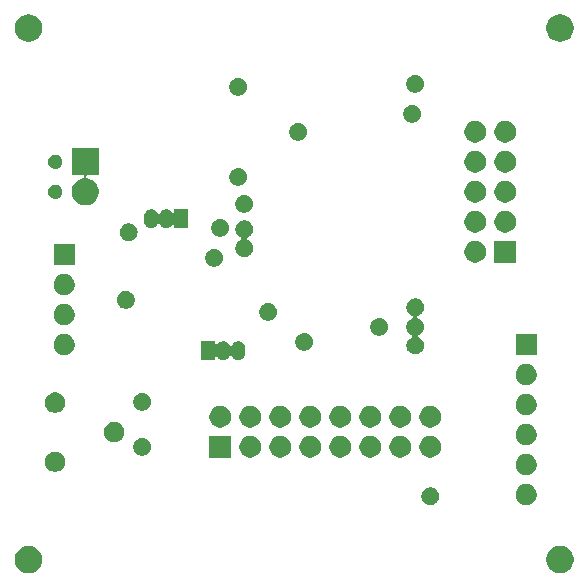
<source format=gbr>
G04 #@! TF.GenerationSoftware,KiCad,Pcbnew,5.1.5-1.fc31*
G04 #@! TF.CreationDate,2020-05-08T16:11:04+02:00*
G04 #@! TF.ProjectId,mcu,6d63752e-6b69-4636-9164-5f7063625858,rev?*
G04 #@! TF.SameCoordinates,Original*
G04 #@! TF.FileFunction,Soldermask,Top*
G04 #@! TF.FilePolarity,Negative*
%FSLAX46Y46*%
G04 Gerber Fmt 4.6, Leading zero omitted, Abs format (unit mm)*
G04 Created by KiCad (PCBNEW 5.1.5-1.fc31) date 2020-05-08 16:11:04*
%MOMM*%
%LPD*%
G04 APERTURE LIST*
%ADD10C,0.150000*%
G04 APERTURE END LIST*
D10*
G36*
X91224549Y-52871116D02*
G01*
X91335734Y-52893232D01*
X91545203Y-52979997D01*
X91733720Y-53105960D01*
X91894040Y-53266280D01*
X92020003Y-53454797D01*
X92106768Y-53664266D01*
X92151000Y-53886636D01*
X92151000Y-54113364D01*
X92106768Y-54335734D01*
X92020003Y-54545203D01*
X91894040Y-54733720D01*
X91733720Y-54894040D01*
X91545203Y-55020003D01*
X91335734Y-55106768D01*
X91224549Y-55128884D01*
X91113365Y-55151000D01*
X90886635Y-55151000D01*
X90775451Y-55128884D01*
X90664266Y-55106768D01*
X90454797Y-55020003D01*
X90266280Y-54894040D01*
X90105960Y-54733720D01*
X89979997Y-54545203D01*
X89893232Y-54335734D01*
X89849000Y-54113364D01*
X89849000Y-53886636D01*
X89893232Y-53664266D01*
X89979997Y-53454797D01*
X90105960Y-53266280D01*
X90266280Y-53105960D01*
X90454797Y-52979997D01*
X90664266Y-52893232D01*
X90775451Y-52871116D01*
X90886635Y-52849000D01*
X91113365Y-52849000D01*
X91224549Y-52871116D01*
G37*
G36*
X46224549Y-52871116D02*
G01*
X46335734Y-52893232D01*
X46545203Y-52979997D01*
X46733720Y-53105960D01*
X46894040Y-53266280D01*
X47020003Y-53454797D01*
X47106768Y-53664266D01*
X47151000Y-53886636D01*
X47151000Y-54113364D01*
X47106768Y-54335734D01*
X47020003Y-54545203D01*
X46894040Y-54733720D01*
X46733720Y-54894040D01*
X46545203Y-55020003D01*
X46335734Y-55106768D01*
X46224549Y-55128884D01*
X46113365Y-55151000D01*
X45886635Y-55151000D01*
X45775451Y-55128884D01*
X45664266Y-55106768D01*
X45454797Y-55020003D01*
X45266280Y-54894040D01*
X45105960Y-54733720D01*
X44979997Y-54545203D01*
X44893232Y-54335734D01*
X44849000Y-54113364D01*
X44849000Y-53886636D01*
X44893232Y-53664266D01*
X44979997Y-53454797D01*
X45105960Y-53266280D01*
X45266280Y-53105960D01*
X45454797Y-52979997D01*
X45664266Y-52893232D01*
X45775451Y-52871116D01*
X45886635Y-52849000D01*
X46113365Y-52849000D01*
X46224549Y-52871116D01*
G37*
G36*
X88251512Y-47617927D02*
G01*
X88400812Y-47647624D01*
X88564784Y-47715544D01*
X88712354Y-47814147D01*
X88837853Y-47939646D01*
X88936456Y-48087216D01*
X89004376Y-48251188D01*
X89039000Y-48425259D01*
X89039000Y-48602741D01*
X89004376Y-48776812D01*
X88936456Y-48940784D01*
X88837853Y-49088354D01*
X88712354Y-49213853D01*
X88564784Y-49312456D01*
X88400812Y-49380376D01*
X88251512Y-49410073D01*
X88226742Y-49415000D01*
X88049258Y-49415000D01*
X88024488Y-49410073D01*
X87875188Y-49380376D01*
X87711216Y-49312456D01*
X87563646Y-49213853D01*
X87438147Y-49088354D01*
X87339544Y-48940784D01*
X87271624Y-48776812D01*
X87237000Y-48602741D01*
X87237000Y-48425259D01*
X87271624Y-48251188D01*
X87339544Y-48087216D01*
X87438147Y-47939646D01*
X87563646Y-47814147D01*
X87711216Y-47715544D01*
X87875188Y-47647624D01*
X88024488Y-47617927D01*
X88049258Y-47613000D01*
X88226742Y-47613000D01*
X88251512Y-47617927D01*
G37*
G36*
X80229059Y-47918860D02*
G01*
X80365732Y-47975472D01*
X80488735Y-48057660D01*
X80593340Y-48162265D01*
X80593341Y-48162267D01*
X80675529Y-48285270D01*
X80732140Y-48421941D01*
X80761000Y-48567032D01*
X80761000Y-48714968D01*
X80732140Y-48860059D01*
X80698703Y-48940784D01*
X80675528Y-48996732D01*
X80593340Y-49119735D01*
X80488735Y-49224340D01*
X80365732Y-49306528D01*
X80365731Y-49306529D01*
X80365730Y-49306529D01*
X80229059Y-49363140D01*
X80083968Y-49392000D01*
X79936032Y-49392000D01*
X79790941Y-49363140D01*
X79654270Y-49306529D01*
X79654269Y-49306529D01*
X79654268Y-49306528D01*
X79531265Y-49224340D01*
X79426660Y-49119735D01*
X79344472Y-48996732D01*
X79321298Y-48940784D01*
X79287860Y-48860059D01*
X79259000Y-48714968D01*
X79259000Y-48567032D01*
X79287860Y-48421941D01*
X79344471Y-48285270D01*
X79426659Y-48162267D01*
X79426660Y-48162265D01*
X79531265Y-48057660D01*
X79654268Y-47975472D01*
X79790941Y-47918860D01*
X79936032Y-47890000D01*
X80083968Y-47890000D01*
X80229059Y-47918860D01*
G37*
G36*
X88251512Y-45077927D02*
G01*
X88400812Y-45107624D01*
X88564784Y-45175544D01*
X88712354Y-45274147D01*
X88837853Y-45399646D01*
X88936456Y-45547216D01*
X89004376Y-45711188D01*
X89039000Y-45885259D01*
X89039000Y-46062741D01*
X89004376Y-46236812D01*
X88936456Y-46400784D01*
X88837853Y-46548354D01*
X88712354Y-46673853D01*
X88564784Y-46772456D01*
X88400812Y-46840376D01*
X88251512Y-46870073D01*
X88226742Y-46875000D01*
X88049258Y-46875000D01*
X88024488Y-46870073D01*
X87875188Y-46840376D01*
X87711216Y-46772456D01*
X87563646Y-46673853D01*
X87438147Y-46548354D01*
X87339544Y-46400784D01*
X87271624Y-46236812D01*
X87237000Y-46062741D01*
X87237000Y-45885259D01*
X87271624Y-45711188D01*
X87339544Y-45547216D01*
X87438147Y-45399646D01*
X87563646Y-45274147D01*
X87711216Y-45175544D01*
X87875188Y-45107624D01*
X88024488Y-45077927D01*
X88049258Y-45073000D01*
X88226742Y-45073000D01*
X88251512Y-45077927D01*
G37*
G36*
X48511143Y-44892087D02*
G01*
X48667838Y-44956992D01*
X48808853Y-45051215D01*
X48928785Y-45171147D01*
X49023008Y-45312162D01*
X49087913Y-45468857D01*
X49121000Y-45635198D01*
X49121000Y-45804802D01*
X49087913Y-45971143D01*
X49023008Y-46127838D01*
X48928785Y-46268853D01*
X48808853Y-46388785D01*
X48667838Y-46483008D01*
X48511143Y-46547913D01*
X48344802Y-46581000D01*
X48175198Y-46581000D01*
X48008857Y-46547913D01*
X47852162Y-46483008D01*
X47711147Y-46388785D01*
X47591215Y-46268853D01*
X47496992Y-46127838D01*
X47432087Y-45971143D01*
X47399000Y-45804802D01*
X47399000Y-45635198D01*
X47432087Y-45468857D01*
X47496992Y-45312162D01*
X47591215Y-45171147D01*
X47711147Y-45051215D01*
X47852162Y-44956992D01*
X48008857Y-44892087D01*
X48175198Y-44859000D01*
X48344802Y-44859000D01*
X48511143Y-44892087D01*
G37*
G36*
X65036778Y-43570547D02*
G01*
X65203224Y-43639491D01*
X65353022Y-43739583D01*
X65480417Y-43866978D01*
X65580509Y-44016776D01*
X65649453Y-44183222D01*
X65684600Y-44359918D01*
X65684600Y-44540082D01*
X65649453Y-44716778D01*
X65580509Y-44883224D01*
X65480417Y-45033022D01*
X65353022Y-45160417D01*
X65203224Y-45260509D01*
X65036778Y-45329453D01*
X64860082Y-45364600D01*
X64679918Y-45364600D01*
X64503222Y-45329453D01*
X64336776Y-45260509D01*
X64186978Y-45160417D01*
X64059583Y-45033022D01*
X63959491Y-44883224D01*
X63890547Y-44716778D01*
X63855400Y-44540082D01*
X63855400Y-44359918D01*
X63890547Y-44183222D01*
X63959491Y-44016776D01*
X64059583Y-43866978D01*
X64186978Y-43739583D01*
X64336776Y-43639491D01*
X64503222Y-43570547D01*
X64679918Y-43535400D01*
X64860082Y-43535400D01*
X65036778Y-43570547D01*
G37*
G36*
X75196778Y-43570547D02*
G01*
X75363224Y-43639491D01*
X75513022Y-43739583D01*
X75640417Y-43866978D01*
X75740509Y-44016776D01*
X75809453Y-44183222D01*
X75844600Y-44359918D01*
X75844600Y-44540082D01*
X75809453Y-44716778D01*
X75740509Y-44883224D01*
X75640417Y-45033022D01*
X75513022Y-45160417D01*
X75363224Y-45260509D01*
X75196778Y-45329453D01*
X75020082Y-45364600D01*
X74839918Y-45364600D01*
X74663222Y-45329453D01*
X74496776Y-45260509D01*
X74346978Y-45160417D01*
X74219583Y-45033022D01*
X74119491Y-44883224D01*
X74050547Y-44716778D01*
X74015400Y-44540082D01*
X74015400Y-44359918D01*
X74050547Y-44183222D01*
X74119491Y-44016776D01*
X74219583Y-43866978D01*
X74346978Y-43739583D01*
X74496776Y-43639491D01*
X74663222Y-43570547D01*
X74839918Y-43535400D01*
X75020082Y-43535400D01*
X75196778Y-43570547D01*
G37*
G36*
X72656778Y-43570547D02*
G01*
X72823224Y-43639491D01*
X72973022Y-43739583D01*
X73100417Y-43866978D01*
X73200509Y-44016776D01*
X73269453Y-44183222D01*
X73304600Y-44359918D01*
X73304600Y-44540082D01*
X73269453Y-44716778D01*
X73200509Y-44883224D01*
X73100417Y-45033022D01*
X72973022Y-45160417D01*
X72823224Y-45260509D01*
X72656778Y-45329453D01*
X72480082Y-45364600D01*
X72299918Y-45364600D01*
X72123222Y-45329453D01*
X71956776Y-45260509D01*
X71806978Y-45160417D01*
X71679583Y-45033022D01*
X71579491Y-44883224D01*
X71510547Y-44716778D01*
X71475400Y-44540082D01*
X71475400Y-44359918D01*
X71510547Y-44183222D01*
X71579491Y-44016776D01*
X71679583Y-43866978D01*
X71806978Y-43739583D01*
X71956776Y-43639491D01*
X72123222Y-43570547D01*
X72299918Y-43535400D01*
X72480082Y-43535400D01*
X72656778Y-43570547D01*
G37*
G36*
X70116778Y-43570547D02*
G01*
X70283224Y-43639491D01*
X70433022Y-43739583D01*
X70560417Y-43866978D01*
X70660509Y-44016776D01*
X70729453Y-44183222D01*
X70764600Y-44359918D01*
X70764600Y-44540082D01*
X70729453Y-44716778D01*
X70660509Y-44883224D01*
X70560417Y-45033022D01*
X70433022Y-45160417D01*
X70283224Y-45260509D01*
X70116778Y-45329453D01*
X69940082Y-45364600D01*
X69759918Y-45364600D01*
X69583222Y-45329453D01*
X69416776Y-45260509D01*
X69266978Y-45160417D01*
X69139583Y-45033022D01*
X69039491Y-44883224D01*
X68970547Y-44716778D01*
X68935400Y-44540082D01*
X68935400Y-44359918D01*
X68970547Y-44183222D01*
X69039491Y-44016776D01*
X69139583Y-43866978D01*
X69266978Y-43739583D01*
X69416776Y-43639491D01*
X69583222Y-43570547D01*
X69759918Y-43535400D01*
X69940082Y-43535400D01*
X70116778Y-43570547D01*
G37*
G36*
X63144600Y-45364600D02*
G01*
X61315400Y-45364600D01*
X61315400Y-43535400D01*
X63144600Y-43535400D01*
X63144600Y-45364600D01*
G37*
G36*
X77736778Y-43570547D02*
G01*
X77903224Y-43639491D01*
X78053022Y-43739583D01*
X78180417Y-43866978D01*
X78280509Y-44016776D01*
X78349453Y-44183222D01*
X78384600Y-44359918D01*
X78384600Y-44540082D01*
X78349453Y-44716778D01*
X78280509Y-44883224D01*
X78180417Y-45033022D01*
X78053022Y-45160417D01*
X77903224Y-45260509D01*
X77736778Y-45329453D01*
X77560082Y-45364600D01*
X77379918Y-45364600D01*
X77203222Y-45329453D01*
X77036776Y-45260509D01*
X76886978Y-45160417D01*
X76759583Y-45033022D01*
X76659491Y-44883224D01*
X76590547Y-44716778D01*
X76555400Y-44540082D01*
X76555400Y-44359918D01*
X76590547Y-44183222D01*
X76659491Y-44016776D01*
X76759583Y-43866978D01*
X76886978Y-43739583D01*
X77036776Y-43639491D01*
X77203222Y-43570547D01*
X77379918Y-43535400D01*
X77560082Y-43535400D01*
X77736778Y-43570547D01*
G37*
G36*
X80276778Y-43570547D02*
G01*
X80443224Y-43639491D01*
X80593022Y-43739583D01*
X80720417Y-43866978D01*
X80820509Y-44016776D01*
X80889453Y-44183222D01*
X80924600Y-44359918D01*
X80924600Y-44540082D01*
X80889453Y-44716778D01*
X80820509Y-44883224D01*
X80720417Y-45033022D01*
X80593022Y-45160417D01*
X80443224Y-45260509D01*
X80276778Y-45329453D01*
X80100082Y-45364600D01*
X79919918Y-45364600D01*
X79743222Y-45329453D01*
X79576776Y-45260509D01*
X79426978Y-45160417D01*
X79299583Y-45033022D01*
X79199491Y-44883224D01*
X79130547Y-44716778D01*
X79095400Y-44540082D01*
X79095400Y-44359918D01*
X79130547Y-44183222D01*
X79199491Y-44016776D01*
X79299583Y-43866978D01*
X79426978Y-43739583D01*
X79576776Y-43639491D01*
X79743222Y-43570547D01*
X79919918Y-43535400D01*
X80100082Y-43535400D01*
X80276778Y-43570547D01*
G37*
G36*
X67576778Y-43570547D02*
G01*
X67743224Y-43639491D01*
X67893022Y-43739583D01*
X68020417Y-43866978D01*
X68120509Y-44016776D01*
X68189453Y-44183222D01*
X68224600Y-44359918D01*
X68224600Y-44540082D01*
X68189453Y-44716778D01*
X68120509Y-44883224D01*
X68020417Y-45033022D01*
X67893022Y-45160417D01*
X67743224Y-45260509D01*
X67576778Y-45329453D01*
X67400082Y-45364600D01*
X67219918Y-45364600D01*
X67043222Y-45329453D01*
X66876776Y-45260509D01*
X66726978Y-45160417D01*
X66599583Y-45033022D01*
X66499491Y-44883224D01*
X66430547Y-44716778D01*
X66395400Y-44540082D01*
X66395400Y-44359918D01*
X66430547Y-44183222D01*
X66499491Y-44016776D01*
X66599583Y-43866978D01*
X66726978Y-43739583D01*
X66876776Y-43639491D01*
X67043222Y-43570547D01*
X67219918Y-43535400D01*
X67400082Y-43535400D01*
X67576778Y-43570547D01*
G37*
G36*
X55845059Y-43727860D02*
G01*
X55981732Y-43784472D01*
X56104735Y-43866660D01*
X56209340Y-43971265D01*
X56291528Y-44094268D01*
X56348140Y-44230941D01*
X56377000Y-44376033D01*
X56377000Y-44523967D01*
X56348140Y-44669059D01*
X56291528Y-44805732D01*
X56209340Y-44928735D01*
X56104735Y-45033340D01*
X55981732Y-45115528D01*
X55981731Y-45115529D01*
X55981730Y-45115529D01*
X55845059Y-45172140D01*
X55699968Y-45201000D01*
X55552032Y-45201000D01*
X55406941Y-45172140D01*
X55270270Y-45115529D01*
X55270269Y-45115529D01*
X55270268Y-45115528D01*
X55147265Y-45033340D01*
X55042660Y-44928735D01*
X54960472Y-44805732D01*
X54903860Y-44669059D01*
X54875000Y-44523967D01*
X54875000Y-44376033D01*
X54903860Y-44230941D01*
X54960472Y-44094268D01*
X55042660Y-43971265D01*
X55147265Y-43866660D01*
X55270268Y-43784472D01*
X55406941Y-43727860D01*
X55552032Y-43699000D01*
X55699968Y-43699000D01*
X55845059Y-43727860D01*
G37*
G36*
X88251512Y-42537927D02*
G01*
X88400812Y-42567624D01*
X88564784Y-42635544D01*
X88712354Y-42734147D01*
X88837853Y-42859646D01*
X88936456Y-43007216D01*
X89004376Y-43171188D01*
X89039000Y-43345259D01*
X89039000Y-43522741D01*
X89004376Y-43696812D01*
X88936456Y-43860784D01*
X88837853Y-44008354D01*
X88712354Y-44133853D01*
X88564784Y-44232456D01*
X88400812Y-44300376D01*
X88251512Y-44330073D01*
X88226742Y-44335000D01*
X88049258Y-44335000D01*
X88024488Y-44330073D01*
X87875188Y-44300376D01*
X87711216Y-44232456D01*
X87563646Y-44133853D01*
X87438147Y-44008354D01*
X87339544Y-43860784D01*
X87271624Y-43696812D01*
X87237000Y-43522741D01*
X87237000Y-43345259D01*
X87271624Y-43171188D01*
X87339544Y-43007216D01*
X87438147Y-42859646D01*
X87563646Y-42734147D01*
X87711216Y-42635544D01*
X87875188Y-42567624D01*
X88024488Y-42537927D01*
X88049258Y-42533000D01*
X88226742Y-42533000D01*
X88251512Y-42537927D01*
G37*
G36*
X53511143Y-42392087D02*
G01*
X53667838Y-42456992D01*
X53808853Y-42551215D01*
X53928785Y-42671147D01*
X54023008Y-42812162D01*
X54087913Y-42968857D01*
X54121000Y-43135198D01*
X54121000Y-43304802D01*
X54087913Y-43471143D01*
X54023008Y-43627838D01*
X53928785Y-43768853D01*
X53808853Y-43888785D01*
X53667838Y-43983008D01*
X53511143Y-44047913D01*
X53344802Y-44081000D01*
X53175198Y-44081000D01*
X53008857Y-44047913D01*
X52852162Y-43983008D01*
X52711147Y-43888785D01*
X52591215Y-43768853D01*
X52496992Y-43627838D01*
X52432087Y-43471143D01*
X52399000Y-43304802D01*
X52399000Y-43135198D01*
X52432087Y-42968857D01*
X52496992Y-42812162D01*
X52591215Y-42671147D01*
X52711147Y-42551215D01*
X52852162Y-42456992D01*
X53008857Y-42392087D01*
X53175198Y-42359000D01*
X53344802Y-42359000D01*
X53511143Y-42392087D01*
G37*
G36*
X75196778Y-41030547D02*
G01*
X75363224Y-41099491D01*
X75513022Y-41199583D01*
X75640417Y-41326978D01*
X75740509Y-41476776D01*
X75809453Y-41643222D01*
X75844600Y-41819918D01*
X75844600Y-42000082D01*
X75809453Y-42176778D01*
X75740509Y-42343224D01*
X75640417Y-42493022D01*
X75513022Y-42620417D01*
X75363224Y-42720509D01*
X75196778Y-42789453D01*
X75020082Y-42824600D01*
X74839918Y-42824600D01*
X74663222Y-42789453D01*
X74496776Y-42720509D01*
X74346978Y-42620417D01*
X74219583Y-42493022D01*
X74119491Y-42343224D01*
X74050547Y-42176778D01*
X74015400Y-42000082D01*
X74015400Y-41819918D01*
X74050547Y-41643222D01*
X74119491Y-41476776D01*
X74219583Y-41326978D01*
X74346978Y-41199583D01*
X74496776Y-41099491D01*
X74663222Y-41030547D01*
X74839918Y-40995400D01*
X75020082Y-40995400D01*
X75196778Y-41030547D01*
G37*
G36*
X67576778Y-41030547D02*
G01*
X67743224Y-41099491D01*
X67893022Y-41199583D01*
X68020417Y-41326978D01*
X68120509Y-41476776D01*
X68189453Y-41643222D01*
X68224600Y-41819918D01*
X68224600Y-42000082D01*
X68189453Y-42176778D01*
X68120509Y-42343224D01*
X68020417Y-42493022D01*
X67893022Y-42620417D01*
X67743224Y-42720509D01*
X67576778Y-42789453D01*
X67400082Y-42824600D01*
X67219918Y-42824600D01*
X67043222Y-42789453D01*
X66876776Y-42720509D01*
X66726978Y-42620417D01*
X66599583Y-42493022D01*
X66499491Y-42343224D01*
X66430547Y-42176778D01*
X66395400Y-42000082D01*
X66395400Y-41819918D01*
X66430547Y-41643222D01*
X66499491Y-41476776D01*
X66599583Y-41326978D01*
X66726978Y-41199583D01*
X66876776Y-41099491D01*
X67043222Y-41030547D01*
X67219918Y-40995400D01*
X67400082Y-40995400D01*
X67576778Y-41030547D01*
G37*
G36*
X65036778Y-41030547D02*
G01*
X65203224Y-41099491D01*
X65353022Y-41199583D01*
X65480417Y-41326978D01*
X65580509Y-41476776D01*
X65649453Y-41643222D01*
X65684600Y-41819918D01*
X65684600Y-42000082D01*
X65649453Y-42176778D01*
X65580509Y-42343224D01*
X65480417Y-42493022D01*
X65353022Y-42620417D01*
X65203224Y-42720509D01*
X65036778Y-42789453D01*
X64860082Y-42824600D01*
X64679918Y-42824600D01*
X64503222Y-42789453D01*
X64336776Y-42720509D01*
X64186978Y-42620417D01*
X64059583Y-42493022D01*
X63959491Y-42343224D01*
X63890547Y-42176778D01*
X63855400Y-42000082D01*
X63855400Y-41819918D01*
X63890547Y-41643222D01*
X63959491Y-41476776D01*
X64059583Y-41326978D01*
X64186978Y-41199583D01*
X64336776Y-41099491D01*
X64503222Y-41030547D01*
X64679918Y-40995400D01*
X64860082Y-40995400D01*
X65036778Y-41030547D01*
G37*
G36*
X70116778Y-41030547D02*
G01*
X70283224Y-41099491D01*
X70433022Y-41199583D01*
X70560417Y-41326978D01*
X70660509Y-41476776D01*
X70729453Y-41643222D01*
X70764600Y-41819918D01*
X70764600Y-42000082D01*
X70729453Y-42176778D01*
X70660509Y-42343224D01*
X70560417Y-42493022D01*
X70433022Y-42620417D01*
X70283224Y-42720509D01*
X70116778Y-42789453D01*
X69940082Y-42824600D01*
X69759918Y-42824600D01*
X69583222Y-42789453D01*
X69416776Y-42720509D01*
X69266978Y-42620417D01*
X69139583Y-42493022D01*
X69039491Y-42343224D01*
X68970547Y-42176778D01*
X68935400Y-42000082D01*
X68935400Y-41819918D01*
X68970547Y-41643222D01*
X69039491Y-41476776D01*
X69139583Y-41326978D01*
X69266978Y-41199583D01*
X69416776Y-41099491D01*
X69583222Y-41030547D01*
X69759918Y-40995400D01*
X69940082Y-40995400D01*
X70116778Y-41030547D01*
G37*
G36*
X62496778Y-41030547D02*
G01*
X62663224Y-41099491D01*
X62813022Y-41199583D01*
X62940417Y-41326978D01*
X63040509Y-41476776D01*
X63109453Y-41643222D01*
X63144600Y-41819918D01*
X63144600Y-42000082D01*
X63109453Y-42176778D01*
X63040509Y-42343224D01*
X62940417Y-42493022D01*
X62813022Y-42620417D01*
X62663224Y-42720509D01*
X62496778Y-42789453D01*
X62320082Y-42824600D01*
X62139918Y-42824600D01*
X61963222Y-42789453D01*
X61796776Y-42720509D01*
X61646978Y-42620417D01*
X61519583Y-42493022D01*
X61419491Y-42343224D01*
X61350547Y-42176778D01*
X61315400Y-42000082D01*
X61315400Y-41819918D01*
X61350547Y-41643222D01*
X61419491Y-41476776D01*
X61519583Y-41326978D01*
X61646978Y-41199583D01*
X61796776Y-41099491D01*
X61963222Y-41030547D01*
X62139918Y-40995400D01*
X62320082Y-40995400D01*
X62496778Y-41030547D01*
G37*
G36*
X80276778Y-41030547D02*
G01*
X80443224Y-41099491D01*
X80593022Y-41199583D01*
X80720417Y-41326978D01*
X80820509Y-41476776D01*
X80889453Y-41643222D01*
X80924600Y-41819918D01*
X80924600Y-42000082D01*
X80889453Y-42176778D01*
X80820509Y-42343224D01*
X80720417Y-42493022D01*
X80593022Y-42620417D01*
X80443224Y-42720509D01*
X80276778Y-42789453D01*
X80100082Y-42824600D01*
X79919918Y-42824600D01*
X79743222Y-42789453D01*
X79576776Y-42720509D01*
X79426978Y-42620417D01*
X79299583Y-42493022D01*
X79199491Y-42343224D01*
X79130547Y-42176778D01*
X79095400Y-42000082D01*
X79095400Y-41819918D01*
X79130547Y-41643222D01*
X79199491Y-41476776D01*
X79299583Y-41326978D01*
X79426978Y-41199583D01*
X79576776Y-41099491D01*
X79743222Y-41030547D01*
X79919918Y-40995400D01*
X80100082Y-40995400D01*
X80276778Y-41030547D01*
G37*
G36*
X77736778Y-41030547D02*
G01*
X77903224Y-41099491D01*
X78053022Y-41199583D01*
X78180417Y-41326978D01*
X78280509Y-41476776D01*
X78349453Y-41643222D01*
X78384600Y-41819918D01*
X78384600Y-42000082D01*
X78349453Y-42176778D01*
X78280509Y-42343224D01*
X78180417Y-42493022D01*
X78053022Y-42620417D01*
X77903224Y-42720509D01*
X77736778Y-42789453D01*
X77560082Y-42824600D01*
X77379918Y-42824600D01*
X77203222Y-42789453D01*
X77036776Y-42720509D01*
X76886978Y-42620417D01*
X76759583Y-42493022D01*
X76659491Y-42343224D01*
X76590547Y-42176778D01*
X76555400Y-42000082D01*
X76555400Y-41819918D01*
X76590547Y-41643222D01*
X76659491Y-41476776D01*
X76759583Y-41326978D01*
X76886978Y-41199583D01*
X77036776Y-41099491D01*
X77203222Y-41030547D01*
X77379918Y-40995400D01*
X77560082Y-40995400D01*
X77736778Y-41030547D01*
G37*
G36*
X72656778Y-41030547D02*
G01*
X72823224Y-41099491D01*
X72973022Y-41199583D01*
X73100417Y-41326978D01*
X73200509Y-41476776D01*
X73269453Y-41643222D01*
X73304600Y-41819918D01*
X73304600Y-42000082D01*
X73269453Y-42176778D01*
X73200509Y-42343224D01*
X73100417Y-42493022D01*
X72973022Y-42620417D01*
X72823224Y-42720509D01*
X72656778Y-42789453D01*
X72480082Y-42824600D01*
X72299918Y-42824600D01*
X72123222Y-42789453D01*
X71956776Y-42720509D01*
X71806978Y-42620417D01*
X71679583Y-42493022D01*
X71579491Y-42343224D01*
X71510547Y-42176778D01*
X71475400Y-42000082D01*
X71475400Y-41819918D01*
X71510547Y-41643222D01*
X71579491Y-41476776D01*
X71679583Y-41326978D01*
X71806978Y-41199583D01*
X71956776Y-41099491D01*
X72123222Y-41030547D01*
X72299918Y-40995400D01*
X72480082Y-40995400D01*
X72656778Y-41030547D01*
G37*
G36*
X88251512Y-39997927D02*
G01*
X88400812Y-40027624D01*
X88564784Y-40095544D01*
X88712354Y-40194147D01*
X88837853Y-40319646D01*
X88936456Y-40467216D01*
X89004376Y-40631188D01*
X89039000Y-40805259D01*
X89039000Y-40982741D01*
X89004376Y-41156812D01*
X88936456Y-41320784D01*
X88837853Y-41468354D01*
X88712354Y-41593853D01*
X88564784Y-41692456D01*
X88400812Y-41760376D01*
X88251512Y-41790073D01*
X88226742Y-41795000D01*
X88049258Y-41795000D01*
X88024488Y-41790073D01*
X87875188Y-41760376D01*
X87711216Y-41692456D01*
X87563646Y-41593853D01*
X87438147Y-41468354D01*
X87339544Y-41320784D01*
X87271624Y-41156812D01*
X87237000Y-40982741D01*
X87237000Y-40805259D01*
X87271624Y-40631188D01*
X87339544Y-40467216D01*
X87438147Y-40319646D01*
X87563646Y-40194147D01*
X87711216Y-40095544D01*
X87875188Y-40027624D01*
X88024488Y-39997927D01*
X88049258Y-39993000D01*
X88226742Y-39993000D01*
X88251512Y-39997927D01*
G37*
G36*
X48511143Y-39892087D02*
G01*
X48667838Y-39956992D01*
X48808853Y-40051215D01*
X48928785Y-40171147D01*
X49023008Y-40312162D01*
X49087913Y-40468857D01*
X49121000Y-40635198D01*
X49121000Y-40804802D01*
X49087913Y-40971143D01*
X49023008Y-41127838D01*
X48928785Y-41268853D01*
X48808853Y-41388785D01*
X48667838Y-41483008D01*
X48511143Y-41547913D01*
X48344802Y-41581000D01*
X48175198Y-41581000D01*
X48008857Y-41547913D01*
X47852162Y-41483008D01*
X47711147Y-41388785D01*
X47591215Y-41268853D01*
X47496992Y-41127838D01*
X47432087Y-40971143D01*
X47399000Y-40804802D01*
X47399000Y-40635198D01*
X47432087Y-40468857D01*
X47496992Y-40312162D01*
X47591215Y-40171147D01*
X47711147Y-40051215D01*
X47852162Y-39956992D01*
X48008857Y-39892087D01*
X48175198Y-39859000D01*
X48344802Y-39859000D01*
X48511143Y-39892087D01*
G37*
G36*
X55845059Y-39917860D02*
G01*
X55981732Y-39974472D01*
X56104735Y-40056660D01*
X56209340Y-40161265D01*
X56291528Y-40284268D01*
X56291529Y-40284270D01*
X56348140Y-40420941D01*
X56377000Y-40566032D01*
X56377000Y-40713968D01*
X56358841Y-40805259D01*
X56348140Y-40859059D01*
X56291528Y-40995732D01*
X56209340Y-41118735D01*
X56104735Y-41223340D01*
X55981732Y-41305528D01*
X55981731Y-41305529D01*
X55981730Y-41305529D01*
X55845059Y-41362140D01*
X55699968Y-41391000D01*
X55552032Y-41391000D01*
X55406941Y-41362140D01*
X55270270Y-41305529D01*
X55270269Y-41305529D01*
X55270268Y-41305528D01*
X55147265Y-41223340D01*
X55042660Y-41118735D01*
X54960472Y-40995732D01*
X54903860Y-40859059D01*
X54893159Y-40805259D01*
X54875000Y-40713968D01*
X54875000Y-40566032D01*
X54903860Y-40420941D01*
X54960471Y-40284270D01*
X54960472Y-40284268D01*
X55042660Y-40161265D01*
X55147265Y-40056660D01*
X55270268Y-39974472D01*
X55406941Y-39917860D01*
X55552032Y-39889000D01*
X55699968Y-39889000D01*
X55845059Y-39917860D01*
G37*
G36*
X88251512Y-37457927D02*
G01*
X88400812Y-37487624D01*
X88564784Y-37555544D01*
X88712354Y-37654147D01*
X88837853Y-37779646D01*
X88936456Y-37927216D01*
X89004376Y-38091188D01*
X89039000Y-38265259D01*
X89039000Y-38442741D01*
X89004376Y-38616812D01*
X88936456Y-38780784D01*
X88837853Y-38928354D01*
X88712354Y-39053853D01*
X88564784Y-39152456D01*
X88400812Y-39220376D01*
X88251512Y-39250073D01*
X88226742Y-39255000D01*
X88049258Y-39255000D01*
X88024488Y-39250073D01*
X87875188Y-39220376D01*
X87711216Y-39152456D01*
X87563646Y-39053853D01*
X87438147Y-38928354D01*
X87339544Y-38780784D01*
X87271624Y-38616812D01*
X87237000Y-38442741D01*
X87237000Y-38265259D01*
X87271624Y-38091188D01*
X87339544Y-37927216D01*
X87438147Y-37779646D01*
X87563646Y-37654147D01*
X87711216Y-37555544D01*
X87875188Y-37487624D01*
X88024488Y-37457927D01*
X88049258Y-37453000D01*
X88226742Y-37453000D01*
X88251512Y-37457927D01*
G37*
G36*
X63866915Y-35529334D02*
G01*
X63975491Y-35562271D01*
X63975494Y-35562272D01*
X64011600Y-35581571D01*
X64075556Y-35615756D01*
X64163264Y-35687736D01*
X64235244Y-35775443D01*
X64256941Y-35816036D01*
X64288728Y-35875505D01*
X64288729Y-35875508D01*
X64321666Y-35984084D01*
X64330000Y-36068702D01*
X64330000Y-36575297D01*
X64321666Y-36659916D01*
X64289252Y-36766767D01*
X64288728Y-36768495D01*
X64278761Y-36787141D01*
X64235244Y-36868557D01*
X64163264Y-36956264D01*
X64075557Y-37028244D01*
X64011601Y-37062429D01*
X63975495Y-37081728D01*
X63975492Y-37081729D01*
X63866916Y-37114666D01*
X63754000Y-37125787D01*
X63641085Y-37114666D01*
X63532509Y-37081729D01*
X63532506Y-37081728D01*
X63496400Y-37062429D01*
X63432444Y-37028244D01*
X63344737Y-36956264D01*
X63272757Y-36868557D01*
X63229239Y-36787141D01*
X63215625Y-36766766D01*
X63198298Y-36749439D01*
X63177924Y-36735826D01*
X63155285Y-36726448D01*
X63131252Y-36721668D01*
X63106748Y-36721668D01*
X63082715Y-36726448D01*
X63060076Y-36735826D01*
X63039701Y-36749440D01*
X63022374Y-36766767D01*
X63008761Y-36787141D01*
X62965244Y-36868557D01*
X62893264Y-36956264D01*
X62805557Y-37028244D01*
X62741601Y-37062429D01*
X62705495Y-37081728D01*
X62705492Y-37081729D01*
X62596916Y-37114666D01*
X62484000Y-37125787D01*
X62371085Y-37114666D01*
X62262509Y-37081729D01*
X62262506Y-37081728D01*
X62226400Y-37062429D01*
X62162444Y-37028244D01*
X62074737Y-36956264D01*
X62011622Y-36879359D01*
X61994297Y-36862034D01*
X61973923Y-36848420D01*
X61951284Y-36839043D01*
X61927250Y-36834263D01*
X61902746Y-36834263D01*
X61878713Y-36839044D01*
X61856074Y-36848421D01*
X61835700Y-36862035D01*
X61818373Y-36879362D01*
X61804759Y-36899736D01*
X61795382Y-36922375D01*
X61790000Y-36958660D01*
X61790000Y-37123000D01*
X60638000Y-37123000D01*
X60638000Y-35521000D01*
X61790000Y-35521000D01*
X61790000Y-35685341D01*
X61792402Y-35709727D01*
X61799515Y-35733176D01*
X61811066Y-35754787D01*
X61826611Y-35773729D01*
X61845553Y-35789274D01*
X61867164Y-35800825D01*
X61890613Y-35807938D01*
X61914999Y-35810340D01*
X61939385Y-35807938D01*
X61962834Y-35800825D01*
X61984445Y-35789274D01*
X62003387Y-35773729D01*
X62011608Y-35764657D01*
X62074736Y-35687736D01*
X62162443Y-35615756D01*
X62226399Y-35581571D01*
X62262505Y-35562272D01*
X62262508Y-35562271D01*
X62371084Y-35529334D01*
X62484000Y-35518213D01*
X62596915Y-35529334D01*
X62705491Y-35562271D01*
X62705494Y-35562272D01*
X62741600Y-35581571D01*
X62805556Y-35615756D01*
X62893264Y-35687736D01*
X62965244Y-35775443D01*
X63008761Y-35856859D01*
X63022375Y-35877234D01*
X63039702Y-35894561D01*
X63060076Y-35908174D01*
X63082715Y-35917552D01*
X63106748Y-35922332D01*
X63131252Y-35922332D01*
X63155285Y-35917552D01*
X63177924Y-35908174D01*
X63198299Y-35894560D01*
X63215626Y-35877233D01*
X63229239Y-35856860D01*
X63272756Y-35775444D01*
X63344736Y-35687736D01*
X63432443Y-35615756D01*
X63496399Y-35581571D01*
X63532505Y-35562272D01*
X63532508Y-35562271D01*
X63641084Y-35529334D01*
X63754000Y-35518213D01*
X63866915Y-35529334D01*
G37*
G36*
X89039000Y-36715000D02*
G01*
X87237000Y-36715000D01*
X87237000Y-34913000D01*
X89039000Y-34913000D01*
X89039000Y-36715000D01*
G37*
G36*
X49135512Y-34917927D02*
G01*
X49284812Y-34947624D01*
X49448784Y-35015544D01*
X49596354Y-35114147D01*
X49721853Y-35239646D01*
X49820456Y-35387216D01*
X49888376Y-35551188D01*
X49923000Y-35725259D01*
X49923000Y-35902741D01*
X49888376Y-36076812D01*
X49820456Y-36240784D01*
X49721853Y-36388354D01*
X49596354Y-36513853D01*
X49448784Y-36612456D01*
X49284812Y-36680376D01*
X49135512Y-36710073D01*
X49110742Y-36715000D01*
X48933258Y-36715000D01*
X48908488Y-36710073D01*
X48759188Y-36680376D01*
X48595216Y-36612456D01*
X48447646Y-36513853D01*
X48322147Y-36388354D01*
X48223544Y-36240784D01*
X48155624Y-36076812D01*
X48121000Y-35902741D01*
X48121000Y-35725259D01*
X48155624Y-35551188D01*
X48223544Y-35387216D01*
X48322147Y-35239646D01*
X48447646Y-35114147D01*
X48595216Y-35015544D01*
X48759188Y-34947624D01*
X48908488Y-34917927D01*
X48933258Y-34913000D01*
X49110742Y-34913000D01*
X49135512Y-34917927D01*
G37*
G36*
X78959059Y-31916860D02*
G01*
X79095732Y-31973472D01*
X79218735Y-32055660D01*
X79323340Y-32160265D01*
X79395994Y-32269000D01*
X79405529Y-32283270D01*
X79462140Y-32419941D01*
X79486273Y-32541265D01*
X79491000Y-32565033D01*
X79491000Y-32712967D01*
X79462140Y-32858059D01*
X79405528Y-32994732D01*
X79323340Y-33117735D01*
X79218735Y-33222340D01*
X79095732Y-33304528D01*
X78988325Y-33349018D01*
X78966718Y-33360567D01*
X78947776Y-33376112D01*
X78932230Y-33395054D01*
X78920679Y-33416665D01*
X78913566Y-33440114D01*
X78911164Y-33464500D01*
X78913566Y-33488886D01*
X78920679Y-33512335D01*
X78932230Y-33533945D01*
X78947775Y-33552887D01*
X78966717Y-33568433D01*
X78988325Y-33579982D01*
X79095732Y-33624472D01*
X79218735Y-33706660D01*
X79323340Y-33811265D01*
X79405528Y-33934268D01*
X79462140Y-34070941D01*
X79491000Y-34216033D01*
X79491000Y-34363967D01*
X79462140Y-34509059D01*
X79405528Y-34645732D01*
X79323340Y-34768735D01*
X79218735Y-34873340D01*
X79095732Y-34955528D01*
X79069711Y-34966306D01*
X79049887Y-34974518D01*
X79028276Y-34986070D01*
X79009335Y-35001615D01*
X78993790Y-35020557D01*
X78982239Y-35042168D01*
X78975126Y-35065617D01*
X78972724Y-35090003D01*
X78975126Y-35114389D01*
X78982239Y-35137838D01*
X78993791Y-35159449D01*
X79009336Y-35178390D01*
X79028278Y-35193935D01*
X79049889Y-35205486D01*
X79095729Y-35224473D01*
X79095732Y-35224475D01*
X79218735Y-35306663D01*
X79323340Y-35411268D01*
X79402229Y-35529334D01*
X79405529Y-35534273D01*
X79462140Y-35670944D01*
X79487975Y-35800825D01*
X79491000Y-35816036D01*
X79491000Y-35963970D01*
X79462140Y-36109062D01*
X79405528Y-36245735D01*
X79323340Y-36368738D01*
X79218735Y-36473343D01*
X79095732Y-36555531D01*
X79095731Y-36555532D01*
X79095730Y-36555532D01*
X78959059Y-36612143D01*
X78813968Y-36641003D01*
X78666032Y-36641003D01*
X78520941Y-36612143D01*
X78384270Y-36555532D01*
X78384269Y-36555532D01*
X78384268Y-36555531D01*
X78261265Y-36473343D01*
X78156660Y-36368738D01*
X78074472Y-36245735D01*
X78017860Y-36109062D01*
X77989000Y-35963970D01*
X77989000Y-35816036D01*
X77992026Y-35800825D01*
X78017860Y-35670944D01*
X78074471Y-35534273D01*
X78077771Y-35529334D01*
X78156660Y-35411268D01*
X78261265Y-35306663D01*
X78384268Y-35224475D01*
X78384271Y-35224473D01*
X78430111Y-35205486D01*
X78451722Y-35193935D01*
X78470664Y-35178390D01*
X78486209Y-35159448D01*
X78497761Y-35137838D01*
X78504874Y-35114389D01*
X78507276Y-35090003D01*
X78504874Y-35065617D01*
X78497761Y-35042168D01*
X78486210Y-35020557D01*
X78470665Y-35001615D01*
X78451723Y-34986070D01*
X78430113Y-34974518D01*
X78410289Y-34966306D01*
X78384268Y-34955528D01*
X78261265Y-34873340D01*
X78156660Y-34768735D01*
X78074472Y-34645732D01*
X78017860Y-34509059D01*
X77989000Y-34363967D01*
X77989000Y-34216033D01*
X78017860Y-34070941D01*
X78074472Y-33934268D01*
X78156660Y-33811265D01*
X78261265Y-33706660D01*
X78384268Y-33624472D01*
X78491675Y-33579982D01*
X78513282Y-33568433D01*
X78532224Y-33552888D01*
X78547770Y-33533946D01*
X78559321Y-33512335D01*
X78566434Y-33488886D01*
X78568836Y-33464500D01*
X78566434Y-33440114D01*
X78559321Y-33416665D01*
X78547770Y-33395055D01*
X78532225Y-33376113D01*
X78513283Y-33360567D01*
X78491675Y-33349018D01*
X78384268Y-33304528D01*
X78261265Y-33222340D01*
X78156660Y-33117735D01*
X78074472Y-32994732D01*
X78017860Y-32858059D01*
X77989000Y-32712967D01*
X77989000Y-32565033D01*
X77993728Y-32541265D01*
X78017860Y-32419941D01*
X78074471Y-32283270D01*
X78084006Y-32269000D01*
X78156660Y-32160265D01*
X78261265Y-32055660D01*
X78384268Y-31973472D01*
X78520941Y-31916860D01*
X78666032Y-31888000D01*
X78813968Y-31888000D01*
X78959059Y-31916860D01*
G37*
G36*
X69563959Y-34837860D02*
G01*
X69649618Y-34873341D01*
X69700632Y-34894472D01*
X69823635Y-34976660D01*
X69928240Y-35081265D01*
X70010428Y-35204268D01*
X70010429Y-35204270D01*
X70067040Y-35340941D01*
X70095900Y-35486032D01*
X70095900Y-35633968D01*
X70067040Y-35779059D01*
X70026375Y-35877234D01*
X70010428Y-35915732D01*
X69928240Y-36038735D01*
X69823635Y-36143340D01*
X69700632Y-36225528D01*
X69700631Y-36225529D01*
X69700630Y-36225529D01*
X69563959Y-36282140D01*
X69418868Y-36311000D01*
X69270932Y-36311000D01*
X69125841Y-36282140D01*
X68989170Y-36225529D01*
X68989169Y-36225529D01*
X68989168Y-36225528D01*
X68866165Y-36143340D01*
X68761560Y-36038735D01*
X68679372Y-35915732D01*
X68663426Y-35877234D01*
X68622760Y-35779059D01*
X68593900Y-35633968D01*
X68593900Y-35486032D01*
X68622760Y-35340941D01*
X68679371Y-35204270D01*
X68679372Y-35204268D01*
X68761560Y-35081265D01*
X68866165Y-34976660D01*
X68989168Y-34894472D01*
X69040183Y-34873341D01*
X69125841Y-34837860D01*
X69270932Y-34809000D01*
X69418868Y-34809000D01*
X69563959Y-34837860D01*
G37*
G36*
X75911059Y-33567860D02*
G01*
X75996718Y-33603341D01*
X76047732Y-33624472D01*
X76170735Y-33706660D01*
X76275340Y-33811265D01*
X76357528Y-33934268D01*
X76414140Y-34070941D01*
X76443000Y-34216033D01*
X76443000Y-34363967D01*
X76414140Y-34509059D01*
X76357528Y-34645732D01*
X76275340Y-34768735D01*
X76170735Y-34873340D01*
X76047732Y-34955528D01*
X76047731Y-34955529D01*
X76047730Y-34955529D01*
X75911059Y-35012140D01*
X75765968Y-35041000D01*
X75618032Y-35041000D01*
X75472941Y-35012140D01*
X75336270Y-34955529D01*
X75336269Y-34955529D01*
X75336268Y-34955528D01*
X75213265Y-34873340D01*
X75108660Y-34768735D01*
X75026472Y-34645732D01*
X74969860Y-34509059D01*
X74941000Y-34363967D01*
X74941000Y-34216033D01*
X74969860Y-34070941D01*
X75026472Y-33934268D01*
X75108660Y-33811265D01*
X75213265Y-33706660D01*
X75336268Y-33624472D01*
X75387283Y-33603341D01*
X75472941Y-33567860D01*
X75618032Y-33539000D01*
X75765968Y-33539000D01*
X75911059Y-33567860D01*
G37*
G36*
X49135512Y-32377927D02*
G01*
X49284812Y-32407624D01*
X49448784Y-32475544D01*
X49596354Y-32574147D01*
X49721853Y-32699646D01*
X49820456Y-32847216D01*
X49888376Y-33011188D01*
X49909569Y-33117735D01*
X49923000Y-33185258D01*
X49923000Y-33362742D01*
X49920340Y-33376113D01*
X49888376Y-33536812D01*
X49820456Y-33700784D01*
X49721853Y-33848354D01*
X49596354Y-33973853D01*
X49448784Y-34072456D01*
X49284812Y-34140376D01*
X49135512Y-34170073D01*
X49110742Y-34175000D01*
X48933258Y-34175000D01*
X48908488Y-34170073D01*
X48759188Y-34140376D01*
X48595216Y-34072456D01*
X48447646Y-33973853D01*
X48322147Y-33848354D01*
X48223544Y-33700784D01*
X48155624Y-33536812D01*
X48123660Y-33376113D01*
X48121000Y-33362742D01*
X48121000Y-33185258D01*
X48134431Y-33117735D01*
X48155624Y-33011188D01*
X48223544Y-32847216D01*
X48322147Y-32699646D01*
X48447646Y-32574147D01*
X48595216Y-32475544D01*
X48759188Y-32407624D01*
X48908488Y-32377927D01*
X48933258Y-32373000D01*
X49110742Y-32373000D01*
X49135512Y-32377927D01*
G37*
G36*
X66439699Y-32283268D02*
G01*
X66513059Y-32297860D01*
X66649732Y-32354472D01*
X66772735Y-32436660D01*
X66877340Y-32541265D01*
X66908126Y-32587340D01*
X66959529Y-32664270D01*
X67016140Y-32800941D01*
X67045000Y-32946032D01*
X67045000Y-33093968D01*
X67026841Y-33185259D01*
X67016140Y-33239059D01*
X66959528Y-33375732D01*
X66877340Y-33498735D01*
X66772735Y-33603340D01*
X66649732Y-33685528D01*
X66649731Y-33685529D01*
X66649730Y-33685529D01*
X66513059Y-33742140D01*
X66367968Y-33771000D01*
X66220032Y-33771000D01*
X66074941Y-33742140D01*
X65938270Y-33685529D01*
X65938269Y-33685529D01*
X65938268Y-33685528D01*
X65815265Y-33603340D01*
X65710660Y-33498735D01*
X65628472Y-33375732D01*
X65571860Y-33239059D01*
X65561159Y-33185259D01*
X65543000Y-33093968D01*
X65543000Y-32946032D01*
X65571860Y-32800941D01*
X65628471Y-32664270D01*
X65679874Y-32587340D01*
X65710660Y-32541265D01*
X65815265Y-32436660D01*
X65938268Y-32354472D01*
X66074941Y-32297860D01*
X66148301Y-32283268D01*
X66220032Y-32269000D01*
X66367968Y-32269000D01*
X66439699Y-32283268D01*
G37*
G36*
X54448059Y-31281860D02*
G01*
X54584732Y-31338472D01*
X54707735Y-31420660D01*
X54812340Y-31525265D01*
X54894528Y-31648268D01*
X54951140Y-31784941D01*
X54980000Y-31930033D01*
X54980000Y-32077967D01*
X54951140Y-32223059D01*
X54894528Y-32359732D01*
X54812340Y-32482735D01*
X54707735Y-32587340D01*
X54584732Y-32669528D01*
X54584731Y-32669529D01*
X54584730Y-32669529D01*
X54448059Y-32726140D01*
X54302968Y-32755000D01*
X54155032Y-32755000D01*
X54009941Y-32726140D01*
X53873270Y-32669529D01*
X53873269Y-32669529D01*
X53873268Y-32669528D01*
X53750265Y-32587340D01*
X53645660Y-32482735D01*
X53563472Y-32359732D01*
X53506860Y-32223059D01*
X53478000Y-32077967D01*
X53478000Y-31930033D01*
X53506860Y-31784941D01*
X53563472Y-31648268D01*
X53645660Y-31525265D01*
X53750265Y-31420660D01*
X53873268Y-31338472D01*
X54009941Y-31281860D01*
X54155032Y-31253000D01*
X54302968Y-31253000D01*
X54448059Y-31281860D01*
G37*
G36*
X49135512Y-29837927D02*
G01*
X49284812Y-29867624D01*
X49448784Y-29935544D01*
X49596354Y-30034147D01*
X49721853Y-30159646D01*
X49820456Y-30307216D01*
X49888376Y-30471188D01*
X49923000Y-30645259D01*
X49923000Y-30822741D01*
X49888376Y-30996812D01*
X49820456Y-31160784D01*
X49721853Y-31308354D01*
X49596354Y-31433853D01*
X49448784Y-31532456D01*
X49284812Y-31600376D01*
X49135512Y-31630073D01*
X49110742Y-31635000D01*
X48933258Y-31635000D01*
X48908488Y-31630073D01*
X48759188Y-31600376D01*
X48595216Y-31532456D01*
X48447646Y-31433853D01*
X48322147Y-31308354D01*
X48223544Y-31160784D01*
X48155624Y-30996812D01*
X48121000Y-30822741D01*
X48121000Y-30645259D01*
X48155624Y-30471188D01*
X48223544Y-30307216D01*
X48322147Y-30159646D01*
X48447646Y-30034147D01*
X48595216Y-29935544D01*
X48759188Y-29867624D01*
X48908488Y-29837927D01*
X48933258Y-29833000D01*
X49110742Y-29833000D01*
X49135512Y-29837927D01*
G37*
G36*
X61856151Y-27708971D02*
G01*
X61941059Y-27725860D01*
X62077732Y-27782472D01*
X62200735Y-27864660D01*
X62305340Y-27969265D01*
X62387528Y-28092268D01*
X62387529Y-28092270D01*
X62444140Y-28228941D01*
X62469641Y-28357143D01*
X62473000Y-28374033D01*
X62473000Y-28521967D01*
X62444140Y-28667059D01*
X62387528Y-28803732D01*
X62305340Y-28926735D01*
X62200735Y-29031340D01*
X62077732Y-29113528D01*
X62077731Y-29113529D01*
X62077730Y-29113529D01*
X61941059Y-29170140D01*
X61795968Y-29199000D01*
X61648032Y-29199000D01*
X61502941Y-29170140D01*
X61366270Y-29113529D01*
X61366269Y-29113529D01*
X61366268Y-29113528D01*
X61243265Y-29031340D01*
X61138660Y-28926735D01*
X61056472Y-28803732D01*
X60999860Y-28667059D01*
X60971000Y-28521967D01*
X60971000Y-28374033D01*
X60974360Y-28357143D01*
X60999860Y-28228941D01*
X61056471Y-28092270D01*
X61056472Y-28092268D01*
X61138660Y-27969265D01*
X61243265Y-27864660D01*
X61366268Y-27782472D01*
X61502941Y-27725860D01*
X61587849Y-27708971D01*
X61648032Y-27697000D01*
X61795968Y-27697000D01*
X61856151Y-27708971D01*
G37*
G36*
X49923000Y-29095000D02*
G01*
X48121000Y-29095000D01*
X48121000Y-27293000D01*
X49923000Y-27293000D01*
X49923000Y-29095000D01*
G37*
G36*
X84086778Y-27060547D02*
G01*
X84253224Y-27129491D01*
X84403022Y-27229583D01*
X84530417Y-27356978D01*
X84630509Y-27506776D01*
X84699453Y-27673222D01*
X84734600Y-27849918D01*
X84734600Y-28030082D01*
X84699453Y-28206778D01*
X84630509Y-28373224D01*
X84530417Y-28523022D01*
X84403022Y-28650417D01*
X84253224Y-28750509D01*
X84086778Y-28819453D01*
X83910082Y-28854600D01*
X83729918Y-28854600D01*
X83553222Y-28819453D01*
X83386776Y-28750509D01*
X83236978Y-28650417D01*
X83109583Y-28523022D01*
X83009491Y-28373224D01*
X82940547Y-28206778D01*
X82905400Y-28030082D01*
X82905400Y-27849918D01*
X82940547Y-27673222D01*
X83009491Y-27506776D01*
X83109583Y-27356978D01*
X83236978Y-27229583D01*
X83386776Y-27129491D01*
X83553222Y-27060547D01*
X83729918Y-27025400D01*
X83910082Y-27025400D01*
X84086778Y-27060547D01*
G37*
G36*
X87274600Y-28854600D02*
G01*
X85445400Y-28854600D01*
X85445400Y-27025400D01*
X87274600Y-27025400D01*
X87274600Y-28854600D01*
G37*
G36*
X64466268Y-25309918D02*
G01*
X64481059Y-25312860D01*
X64617732Y-25369472D01*
X64740735Y-25451660D01*
X64845340Y-25556265D01*
X64927528Y-25679268D01*
X64927529Y-25679270D01*
X64984140Y-25815941D01*
X65013000Y-25961032D01*
X65013000Y-26108968D01*
X64984140Y-26254059D01*
X64929185Y-26386733D01*
X64927528Y-26390732D01*
X64845340Y-26513735D01*
X64740735Y-26618340D01*
X64617732Y-26700528D01*
X64591711Y-26711306D01*
X64571887Y-26719518D01*
X64550276Y-26731070D01*
X64531335Y-26746615D01*
X64515790Y-26765557D01*
X64504239Y-26787168D01*
X64497126Y-26810617D01*
X64494724Y-26835003D01*
X64497126Y-26859389D01*
X64504239Y-26882838D01*
X64515791Y-26904449D01*
X64531336Y-26923390D01*
X64550278Y-26938935D01*
X64571889Y-26950486D01*
X64617729Y-26969473D01*
X64617732Y-26969475D01*
X64740735Y-27051663D01*
X64845340Y-27156268D01*
X64894328Y-27229584D01*
X64927529Y-27279273D01*
X64984140Y-27415944D01*
X65013000Y-27561035D01*
X65013000Y-27708971D01*
X64984140Y-27854062D01*
X64936421Y-27969267D01*
X64927528Y-27990735D01*
X64845340Y-28113738D01*
X64740735Y-28218343D01*
X64617732Y-28300531D01*
X64617731Y-28300532D01*
X64617730Y-28300532D01*
X64481059Y-28357143D01*
X64335968Y-28386003D01*
X64188032Y-28386003D01*
X64042941Y-28357143D01*
X63906270Y-28300532D01*
X63906269Y-28300532D01*
X63906268Y-28300531D01*
X63783265Y-28218343D01*
X63678660Y-28113738D01*
X63596472Y-27990735D01*
X63587580Y-27969267D01*
X63539860Y-27854062D01*
X63511000Y-27708971D01*
X63511000Y-27561035D01*
X63539860Y-27415944D01*
X63596471Y-27279273D01*
X63629672Y-27229584D01*
X63678660Y-27156268D01*
X63783265Y-27051663D01*
X63906268Y-26969475D01*
X63906271Y-26969473D01*
X63952111Y-26950486D01*
X63973722Y-26938935D01*
X63992664Y-26923390D01*
X64008209Y-26904448D01*
X64019761Y-26882838D01*
X64026874Y-26859389D01*
X64029276Y-26835003D01*
X64026874Y-26810617D01*
X64019761Y-26787168D01*
X64008210Y-26765557D01*
X63992665Y-26746615D01*
X63973723Y-26731070D01*
X63952113Y-26719518D01*
X63932289Y-26711306D01*
X63906268Y-26700528D01*
X63783265Y-26618340D01*
X63678660Y-26513735D01*
X63596472Y-26390732D01*
X63594816Y-26386733D01*
X63539860Y-26254059D01*
X63511000Y-26108968D01*
X63511000Y-25961032D01*
X63539860Y-25815941D01*
X63596471Y-25679270D01*
X63596472Y-25679268D01*
X63678660Y-25556265D01*
X63783265Y-25451660D01*
X63906268Y-25369472D01*
X64042941Y-25312860D01*
X64057732Y-25309918D01*
X64188032Y-25284000D01*
X64335968Y-25284000D01*
X64466268Y-25309918D01*
G37*
G36*
X54702059Y-25566860D02*
G01*
X54808963Y-25611141D01*
X54838732Y-25623472D01*
X54961735Y-25705660D01*
X55066340Y-25810265D01*
X55082221Y-25834033D01*
X55148529Y-25933270D01*
X55205140Y-26069941D01*
X55234000Y-26215032D01*
X55234000Y-26362968D01*
X55228478Y-26390730D01*
X55205140Y-26508059D01*
X55148528Y-26644732D01*
X55066340Y-26767735D01*
X54961735Y-26872340D01*
X54838732Y-26954528D01*
X54838731Y-26954529D01*
X54838730Y-26954529D01*
X54702059Y-27011140D01*
X54556968Y-27040000D01*
X54409032Y-27040000D01*
X54263941Y-27011140D01*
X54127270Y-26954529D01*
X54127269Y-26954529D01*
X54127268Y-26954528D01*
X54004265Y-26872340D01*
X53899660Y-26767735D01*
X53817472Y-26644732D01*
X53760860Y-26508059D01*
X53737522Y-26390730D01*
X53732000Y-26362968D01*
X53732000Y-26215032D01*
X53760860Y-26069941D01*
X53817471Y-25933270D01*
X53883779Y-25834033D01*
X53899660Y-25810265D01*
X54004265Y-25705660D01*
X54127268Y-25623472D01*
X54157038Y-25611141D01*
X54263941Y-25566860D01*
X54409032Y-25538000D01*
X54556968Y-25538000D01*
X54702059Y-25566860D01*
G37*
G36*
X62449059Y-25185860D02*
G01*
X62585732Y-25242472D01*
X62708735Y-25324660D01*
X62813340Y-25429265D01*
X62895528Y-25552268D01*
X62895529Y-25552270D01*
X62952140Y-25688941D01*
X62977402Y-25815941D01*
X62981000Y-25834033D01*
X62981000Y-25981967D01*
X62952140Y-26127059D01*
X62895528Y-26263732D01*
X62813340Y-26386735D01*
X62708735Y-26491340D01*
X62585732Y-26573528D01*
X62585731Y-26573529D01*
X62585730Y-26573529D01*
X62449059Y-26630140D01*
X62303968Y-26659000D01*
X62156032Y-26659000D01*
X62010941Y-26630140D01*
X61874270Y-26573529D01*
X61874269Y-26573529D01*
X61874268Y-26573528D01*
X61751265Y-26491340D01*
X61646660Y-26386735D01*
X61564472Y-26263732D01*
X61507860Y-26127059D01*
X61479000Y-25981967D01*
X61479000Y-25834033D01*
X61482599Y-25815941D01*
X61507860Y-25688941D01*
X61564471Y-25552270D01*
X61564472Y-25552268D01*
X61646660Y-25429265D01*
X61751265Y-25324660D01*
X61874268Y-25242472D01*
X62010941Y-25185860D01*
X62156032Y-25157000D01*
X62303968Y-25157000D01*
X62449059Y-25185860D01*
G37*
G36*
X84086778Y-24520547D02*
G01*
X84253224Y-24589491D01*
X84403022Y-24689583D01*
X84530417Y-24816978D01*
X84630509Y-24966776D01*
X84699453Y-25133222D01*
X84734600Y-25309918D01*
X84734600Y-25490082D01*
X84699453Y-25666778D01*
X84630509Y-25833224D01*
X84530417Y-25983022D01*
X84403022Y-26110417D01*
X84253224Y-26210509D01*
X84086778Y-26279453D01*
X83910082Y-26314600D01*
X83729918Y-26314600D01*
X83553222Y-26279453D01*
X83386776Y-26210509D01*
X83236978Y-26110417D01*
X83109583Y-25983022D01*
X83009491Y-25833224D01*
X82940547Y-25666778D01*
X82905400Y-25490082D01*
X82905400Y-25309918D01*
X82940547Y-25133222D01*
X83009491Y-24966776D01*
X83109583Y-24816978D01*
X83236978Y-24689583D01*
X83386776Y-24589491D01*
X83553222Y-24520547D01*
X83729918Y-24485400D01*
X83910082Y-24485400D01*
X84086778Y-24520547D01*
G37*
G36*
X86626778Y-24520547D02*
G01*
X86793224Y-24589491D01*
X86943022Y-24689583D01*
X87070417Y-24816978D01*
X87170509Y-24966776D01*
X87239453Y-25133222D01*
X87274600Y-25309918D01*
X87274600Y-25490082D01*
X87239453Y-25666778D01*
X87170509Y-25833224D01*
X87070417Y-25983022D01*
X86943022Y-26110417D01*
X86793224Y-26210509D01*
X86626778Y-26279453D01*
X86450082Y-26314600D01*
X86269918Y-26314600D01*
X86093222Y-26279453D01*
X85926776Y-26210509D01*
X85776978Y-26110417D01*
X85649583Y-25983022D01*
X85549491Y-25833224D01*
X85480547Y-25666778D01*
X85445400Y-25490082D01*
X85445400Y-25309918D01*
X85480547Y-25133222D01*
X85549491Y-24966776D01*
X85649583Y-24816978D01*
X85776978Y-24689583D01*
X85926776Y-24589491D01*
X86093222Y-24520547D01*
X86269918Y-24485400D01*
X86450082Y-24485400D01*
X86626778Y-24520547D01*
G37*
G36*
X57770916Y-24353334D02*
G01*
X57879492Y-24386271D01*
X57879495Y-24386272D01*
X57915601Y-24405571D01*
X57979557Y-24439756D01*
X58067264Y-24511736D01*
X58130383Y-24588646D01*
X58147702Y-24605965D01*
X58168077Y-24619579D01*
X58190716Y-24628957D01*
X58214749Y-24633737D01*
X58239253Y-24633737D01*
X58263286Y-24628957D01*
X58285925Y-24619579D01*
X58306299Y-24605966D01*
X58323626Y-24588639D01*
X58337240Y-24568264D01*
X58346618Y-24545625D01*
X58351398Y-24521592D01*
X58352000Y-24509340D01*
X58352000Y-24345000D01*
X59504000Y-24345000D01*
X59504000Y-25947000D01*
X58352000Y-25947000D01*
X58352000Y-25782660D01*
X58349598Y-25758274D01*
X58342485Y-25734825D01*
X58330934Y-25713214D01*
X58315389Y-25694272D01*
X58296447Y-25678727D01*
X58274836Y-25667176D01*
X58251387Y-25660063D01*
X58227001Y-25657661D01*
X58202615Y-25660063D01*
X58179166Y-25667176D01*
X58157555Y-25678727D01*
X58130381Y-25703356D01*
X58067264Y-25780264D01*
X57979556Y-25852244D01*
X57915600Y-25886429D01*
X57879494Y-25905728D01*
X57879491Y-25905729D01*
X57770915Y-25938666D01*
X57658000Y-25949787D01*
X57545084Y-25938666D01*
X57436508Y-25905729D01*
X57436505Y-25905728D01*
X57400399Y-25886429D01*
X57336443Y-25852244D01*
X57248736Y-25780264D01*
X57176756Y-25692556D01*
X57133239Y-25611140D01*
X57119625Y-25590766D01*
X57102298Y-25573439D01*
X57081924Y-25559825D01*
X57059285Y-25550448D01*
X57035251Y-25545668D01*
X57010747Y-25545668D01*
X56986714Y-25550449D01*
X56964075Y-25559826D01*
X56943701Y-25573440D01*
X56926374Y-25590767D01*
X56912762Y-25611140D01*
X56869244Y-25692557D01*
X56797264Y-25780264D01*
X56709556Y-25852244D01*
X56645600Y-25886429D01*
X56609494Y-25905728D01*
X56609491Y-25905729D01*
X56500915Y-25938666D01*
X56388000Y-25949787D01*
X56275084Y-25938666D01*
X56166508Y-25905729D01*
X56166505Y-25905728D01*
X56130399Y-25886429D01*
X56066443Y-25852244D01*
X55978736Y-25780264D01*
X55906756Y-25692556D01*
X55863239Y-25611140D01*
X55853272Y-25592494D01*
X55847492Y-25573440D01*
X55820334Y-25483915D01*
X55812000Y-25399297D01*
X55812000Y-24892702D01*
X55820334Y-24808084D01*
X55853271Y-24699508D01*
X55853272Y-24699505D01*
X55906756Y-24599445D01*
X55906757Y-24599443D01*
X55978737Y-24511736D01*
X56066444Y-24439756D01*
X56130400Y-24405571D01*
X56166506Y-24386272D01*
X56166509Y-24386271D01*
X56275085Y-24353334D01*
X56388000Y-24342213D01*
X56500916Y-24353334D01*
X56609492Y-24386271D01*
X56609495Y-24386272D01*
X56645601Y-24405571D01*
X56709557Y-24439756D01*
X56797264Y-24511736D01*
X56869244Y-24599443D01*
X56883973Y-24627000D01*
X56912761Y-24680859D01*
X56926375Y-24701234D01*
X56943702Y-24718561D01*
X56964076Y-24732174D01*
X56986715Y-24741552D01*
X57010748Y-24746332D01*
X57035252Y-24746332D01*
X57059285Y-24741552D01*
X57081924Y-24732174D01*
X57102299Y-24718560D01*
X57119626Y-24701233D01*
X57133239Y-24680859D01*
X57176756Y-24599445D01*
X57176757Y-24599443D01*
X57248737Y-24511736D01*
X57336444Y-24439756D01*
X57400400Y-24405571D01*
X57436506Y-24386272D01*
X57436509Y-24386271D01*
X57545085Y-24353334D01*
X57658000Y-24342213D01*
X57770916Y-24353334D01*
G37*
G36*
X64481059Y-23153860D02*
G01*
X64582152Y-23195734D01*
X64617732Y-23210472D01*
X64740735Y-23292660D01*
X64845340Y-23397265D01*
X64887926Y-23461000D01*
X64927529Y-23520270D01*
X64984140Y-23656941D01*
X65007544Y-23774600D01*
X65013000Y-23802033D01*
X65013000Y-23949967D01*
X64984140Y-24095059D01*
X64927528Y-24231732D01*
X64845340Y-24354735D01*
X64740735Y-24459340D01*
X64617732Y-24541528D01*
X64617731Y-24541529D01*
X64617730Y-24541529D01*
X64481059Y-24598140D01*
X64335968Y-24627000D01*
X64188032Y-24627000D01*
X64042941Y-24598140D01*
X63906270Y-24541529D01*
X63906269Y-24541529D01*
X63906268Y-24541528D01*
X63783265Y-24459340D01*
X63678660Y-24354735D01*
X63596472Y-24231732D01*
X63539860Y-24095059D01*
X63511000Y-23949967D01*
X63511000Y-23802033D01*
X63516457Y-23774600D01*
X63539860Y-23656941D01*
X63596471Y-23520270D01*
X63636074Y-23461000D01*
X63678660Y-23397265D01*
X63783265Y-23292660D01*
X63906268Y-23210472D01*
X63941849Y-23195734D01*
X64042941Y-23153860D01*
X64188032Y-23125000D01*
X64335968Y-23125000D01*
X64481059Y-23153860D01*
G37*
G36*
X51951000Y-21471000D02*
G01*
X50985993Y-21471000D01*
X50961607Y-21473402D01*
X50938158Y-21480515D01*
X50916547Y-21492066D01*
X50897605Y-21507611D01*
X50882060Y-21526553D01*
X50870509Y-21548164D01*
X50863396Y-21571613D01*
X50860994Y-21595999D01*
X50863396Y-21620385D01*
X50870509Y-21643834D01*
X50882060Y-21665445D01*
X50897605Y-21684387D01*
X50916547Y-21699932D01*
X50938158Y-21711483D01*
X50961608Y-21718596D01*
X51135734Y-21753232D01*
X51345203Y-21839997D01*
X51533720Y-21965960D01*
X51694040Y-22126280D01*
X51820003Y-22314797D01*
X51906768Y-22524266D01*
X51951000Y-22746636D01*
X51951000Y-22973364D01*
X51906768Y-23195734D01*
X51820003Y-23405203D01*
X51694040Y-23593720D01*
X51533720Y-23754040D01*
X51345203Y-23880003D01*
X51135734Y-23966768D01*
X51024549Y-23988884D01*
X50913365Y-24011000D01*
X50686635Y-24011000D01*
X50575451Y-23988884D01*
X50464266Y-23966768D01*
X50254797Y-23880003D01*
X50066280Y-23754040D01*
X49905960Y-23593720D01*
X49779997Y-23405203D01*
X49693232Y-23195734D01*
X49649000Y-22973364D01*
X49649000Y-22746636D01*
X49693232Y-22524266D01*
X49779997Y-22314797D01*
X49905960Y-22126280D01*
X50066280Y-21965960D01*
X50254797Y-21839997D01*
X50464266Y-21753232D01*
X50638392Y-21718596D01*
X50661842Y-21711483D01*
X50683453Y-21699932D01*
X50702395Y-21684387D01*
X50717940Y-21665445D01*
X50729491Y-21643834D01*
X50736604Y-21620385D01*
X50739006Y-21595999D01*
X50736604Y-21571613D01*
X50729491Y-21548164D01*
X50717940Y-21526553D01*
X50702395Y-21507611D01*
X50683453Y-21492066D01*
X50661842Y-21480515D01*
X50638393Y-21473402D01*
X50614007Y-21471000D01*
X49649000Y-21471000D01*
X49649000Y-19169000D01*
X51951000Y-19169000D01*
X51951000Y-21471000D01*
G37*
G36*
X84086778Y-21980547D02*
G01*
X84253224Y-22049491D01*
X84403022Y-22149583D01*
X84530417Y-22276978D01*
X84630509Y-22426776D01*
X84699453Y-22593222D01*
X84734600Y-22769918D01*
X84734600Y-22950082D01*
X84699453Y-23126778D01*
X84630509Y-23293224D01*
X84530417Y-23443022D01*
X84403022Y-23570417D01*
X84253224Y-23670509D01*
X84086778Y-23739453D01*
X83910082Y-23774600D01*
X83729918Y-23774600D01*
X83553222Y-23739453D01*
X83386776Y-23670509D01*
X83236978Y-23570417D01*
X83109583Y-23443022D01*
X83009491Y-23293224D01*
X82940547Y-23126778D01*
X82905400Y-22950082D01*
X82905400Y-22769918D01*
X82940547Y-22593222D01*
X83009491Y-22426776D01*
X83109583Y-22276978D01*
X83236978Y-22149583D01*
X83386776Y-22049491D01*
X83553222Y-21980547D01*
X83729918Y-21945400D01*
X83910082Y-21945400D01*
X84086778Y-21980547D01*
G37*
G36*
X86626778Y-21980547D02*
G01*
X86793224Y-22049491D01*
X86943022Y-22149583D01*
X87070417Y-22276978D01*
X87170509Y-22426776D01*
X87239453Y-22593222D01*
X87274600Y-22769918D01*
X87274600Y-22950082D01*
X87239453Y-23126778D01*
X87170509Y-23293224D01*
X87070417Y-23443022D01*
X86943022Y-23570417D01*
X86793224Y-23670509D01*
X86626778Y-23739453D01*
X86450082Y-23774600D01*
X86269918Y-23774600D01*
X86093222Y-23739453D01*
X85926776Y-23670509D01*
X85776978Y-23570417D01*
X85649583Y-23443022D01*
X85549491Y-23293224D01*
X85480547Y-23126778D01*
X85445400Y-22950082D01*
X85445400Y-22769918D01*
X85480547Y-22593222D01*
X85549491Y-22426776D01*
X85649583Y-22276978D01*
X85776978Y-22149583D01*
X85926776Y-22049491D01*
X86093222Y-21980547D01*
X86269918Y-21945400D01*
X86450082Y-21945400D01*
X86626778Y-21980547D01*
G37*
G36*
X48396601Y-22274397D02*
G01*
X48435305Y-22282096D01*
X48467340Y-22295365D01*
X48544680Y-22327400D01*
X48643115Y-22393173D01*
X48726827Y-22476885D01*
X48792600Y-22575320D01*
X48837904Y-22684696D01*
X48861000Y-22800805D01*
X48861000Y-22919195D01*
X48837904Y-23035304D01*
X48792600Y-23144680D01*
X48726827Y-23243115D01*
X48643115Y-23326827D01*
X48544680Y-23392600D01*
X48467340Y-23424635D01*
X48435305Y-23437904D01*
X48409575Y-23443022D01*
X48319195Y-23461000D01*
X48200805Y-23461000D01*
X48110425Y-23443022D01*
X48084695Y-23437904D01*
X48052660Y-23424635D01*
X47975320Y-23392600D01*
X47876885Y-23326827D01*
X47793173Y-23243115D01*
X47727400Y-23144680D01*
X47682096Y-23035304D01*
X47659000Y-22919195D01*
X47659000Y-22800805D01*
X47682096Y-22684696D01*
X47727400Y-22575320D01*
X47793173Y-22476885D01*
X47876885Y-22393173D01*
X47975320Y-22327400D01*
X48052660Y-22295365D01*
X48084695Y-22282096D01*
X48123399Y-22274397D01*
X48200805Y-22259000D01*
X48319195Y-22259000D01*
X48396601Y-22274397D01*
G37*
G36*
X63973059Y-20867860D02*
G01*
X64057948Y-20903022D01*
X64109732Y-20924472D01*
X64232735Y-21006660D01*
X64337340Y-21111265D01*
X64396265Y-21199453D01*
X64419529Y-21234270D01*
X64476140Y-21370941D01*
X64505000Y-21516032D01*
X64505000Y-21663968D01*
X64476140Y-21809059D01*
X64419528Y-21945732D01*
X64337340Y-22068735D01*
X64232735Y-22173340D01*
X64109732Y-22255528D01*
X64109731Y-22255529D01*
X64109730Y-22255529D01*
X63973059Y-22312140D01*
X63827968Y-22341000D01*
X63680032Y-22341000D01*
X63534941Y-22312140D01*
X63398270Y-22255529D01*
X63398269Y-22255529D01*
X63398268Y-22255528D01*
X63275265Y-22173340D01*
X63170660Y-22068735D01*
X63088472Y-21945732D01*
X63031860Y-21809059D01*
X63003000Y-21663968D01*
X63003000Y-21516032D01*
X63031860Y-21370941D01*
X63088471Y-21234270D01*
X63111735Y-21199453D01*
X63170660Y-21111265D01*
X63275265Y-21006660D01*
X63398268Y-20924472D01*
X63450053Y-20903022D01*
X63534941Y-20867860D01*
X63680032Y-20839000D01*
X63827968Y-20839000D01*
X63973059Y-20867860D01*
G37*
G36*
X86626778Y-19440547D02*
G01*
X86793224Y-19509491D01*
X86943022Y-19609583D01*
X87070417Y-19736978D01*
X87170509Y-19886776D01*
X87239453Y-20053222D01*
X87274600Y-20229918D01*
X87274600Y-20410082D01*
X87239453Y-20586778D01*
X87170509Y-20753224D01*
X87070417Y-20903022D01*
X86943022Y-21030417D01*
X86793224Y-21130509D01*
X86626778Y-21199453D01*
X86450082Y-21234600D01*
X86269918Y-21234600D01*
X86093222Y-21199453D01*
X85926776Y-21130509D01*
X85776978Y-21030417D01*
X85649583Y-20903022D01*
X85549491Y-20753224D01*
X85480547Y-20586778D01*
X85445400Y-20410082D01*
X85445400Y-20229918D01*
X85480547Y-20053222D01*
X85549491Y-19886776D01*
X85649583Y-19736978D01*
X85776978Y-19609583D01*
X85926776Y-19509491D01*
X86093222Y-19440547D01*
X86269918Y-19405400D01*
X86450082Y-19405400D01*
X86626778Y-19440547D01*
G37*
G36*
X84086778Y-19440547D02*
G01*
X84253224Y-19509491D01*
X84403022Y-19609583D01*
X84530417Y-19736978D01*
X84630509Y-19886776D01*
X84699453Y-20053222D01*
X84734600Y-20229918D01*
X84734600Y-20410082D01*
X84699453Y-20586778D01*
X84630509Y-20753224D01*
X84530417Y-20903022D01*
X84403022Y-21030417D01*
X84253224Y-21130509D01*
X84086778Y-21199453D01*
X83910082Y-21234600D01*
X83729918Y-21234600D01*
X83553222Y-21199453D01*
X83386776Y-21130509D01*
X83236978Y-21030417D01*
X83109583Y-20903022D01*
X83009491Y-20753224D01*
X82940547Y-20586778D01*
X82905400Y-20410082D01*
X82905400Y-20229918D01*
X82940547Y-20053222D01*
X83009491Y-19886776D01*
X83109583Y-19736978D01*
X83236978Y-19609583D01*
X83386776Y-19509491D01*
X83553222Y-19440547D01*
X83729918Y-19405400D01*
X83910082Y-19405400D01*
X84086778Y-19440547D01*
G37*
G36*
X48396601Y-19734397D02*
G01*
X48435305Y-19742096D01*
X48467340Y-19755365D01*
X48544680Y-19787400D01*
X48643115Y-19853173D01*
X48726827Y-19936885D01*
X48792600Y-20035320D01*
X48837904Y-20144696D01*
X48861000Y-20260805D01*
X48861000Y-20379195D01*
X48837904Y-20495304D01*
X48792600Y-20604680D01*
X48726827Y-20703115D01*
X48643115Y-20786827D01*
X48544680Y-20852600D01*
X48467340Y-20884635D01*
X48435305Y-20897904D01*
X48409575Y-20903022D01*
X48319195Y-20921000D01*
X48200805Y-20921000D01*
X48110425Y-20903022D01*
X48084695Y-20897904D01*
X48052660Y-20884635D01*
X47975320Y-20852600D01*
X47876885Y-20786827D01*
X47793173Y-20703115D01*
X47727400Y-20604680D01*
X47682096Y-20495304D01*
X47659000Y-20379195D01*
X47659000Y-20260805D01*
X47682096Y-20144696D01*
X47727400Y-20035320D01*
X47793173Y-19936885D01*
X47876885Y-19853173D01*
X47975320Y-19787400D01*
X48052660Y-19755365D01*
X48084695Y-19742096D01*
X48123399Y-19734397D01*
X48200805Y-19719000D01*
X48319195Y-19719000D01*
X48396601Y-19734397D01*
G37*
G36*
X86626778Y-16900547D02*
G01*
X86793224Y-16969491D01*
X86943022Y-17069583D01*
X87070417Y-17196978D01*
X87170509Y-17346776D01*
X87239453Y-17513222D01*
X87274600Y-17689918D01*
X87274600Y-17870082D01*
X87239453Y-18046778D01*
X87170509Y-18213224D01*
X87070417Y-18363022D01*
X86943022Y-18490417D01*
X86793224Y-18590509D01*
X86626778Y-18659453D01*
X86450082Y-18694600D01*
X86269918Y-18694600D01*
X86093222Y-18659453D01*
X85926776Y-18590509D01*
X85776978Y-18490417D01*
X85649583Y-18363022D01*
X85549491Y-18213224D01*
X85480547Y-18046778D01*
X85445400Y-17870082D01*
X85445400Y-17689918D01*
X85480547Y-17513222D01*
X85549491Y-17346776D01*
X85649583Y-17196978D01*
X85776978Y-17069583D01*
X85926776Y-16969491D01*
X86093222Y-16900547D01*
X86269918Y-16865400D01*
X86450082Y-16865400D01*
X86626778Y-16900547D01*
G37*
G36*
X84086778Y-16900547D02*
G01*
X84253224Y-16969491D01*
X84403022Y-17069583D01*
X84530417Y-17196978D01*
X84630509Y-17346776D01*
X84699453Y-17513222D01*
X84734600Y-17689918D01*
X84734600Y-17870082D01*
X84699453Y-18046778D01*
X84630509Y-18213224D01*
X84530417Y-18363022D01*
X84403022Y-18490417D01*
X84253224Y-18590509D01*
X84086778Y-18659453D01*
X83910082Y-18694600D01*
X83729918Y-18694600D01*
X83553222Y-18659453D01*
X83386776Y-18590509D01*
X83236978Y-18490417D01*
X83109583Y-18363022D01*
X83009491Y-18213224D01*
X82940547Y-18046778D01*
X82905400Y-17870082D01*
X82905400Y-17689918D01*
X82940547Y-17513222D01*
X83009491Y-17346776D01*
X83109583Y-17196978D01*
X83236978Y-17069583D01*
X83386776Y-16969491D01*
X83553222Y-16900547D01*
X83729918Y-16865400D01*
X83910082Y-16865400D01*
X84086778Y-16900547D01*
G37*
G36*
X69053059Y-17057860D02*
G01*
X69189732Y-17114472D01*
X69312735Y-17196660D01*
X69417340Y-17301265D01*
X69499528Y-17424268D01*
X69556140Y-17560941D01*
X69585000Y-17706033D01*
X69585000Y-17853967D01*
X69556140Y-17999059D01*
X69499528Y-18135732D01*
X69417340Y-18258735D01*
X69312735Y-18363340D01*
X69189732Y-18445528D01*
X69189731Y-18445529D01*
X69189730Y-18445529D01*
X69053059Y-18502140D01*
X68907968Y-18531000D01*
X68760032Y-18531000D01*
X68614941Y-18502140D01*
X68478270Y-18445529D01*
X68478269Y-18445529D01*
X68478268Y-18445528D01*
X68355265Y-18363340D01*
X68250660Y-18258735D01*
X68168472Y-18135732D01*
X68111860Y-17999059D01*
X68083000Y-17853967D01*
X68083000Y-17706033D01*
X68111860Y-17560941D01*
X68168472Y-17424268D01*
X68250660Y-17301265D01*
X68355265Y-17196660D01*
X68478268Y-17114472D01*
X68614941Y-17057860D01*
X68760032Y-17029000D01*
X68907968Y-17029000D01*
X69053059Y-17057860D01*
G37*
G36*
X78705059Y-15533860D02*
G01*
X78841732Y-15590472D01*
X78964735Y-15672660D01*
X79069340Y-15777265D01*
X79151528Y-15900268D01*
X79208140Y-16036941D01*
X79237000Y-16182033D01*
X79237000Y-16329967D01*
X79208140Y-16475059D01*
X79151528Y-16611732D01*
X79069340Y-16734735D01*
X78964735Y-16839340D01*
X78841732Y-16921528D01*
X78841731Y-16921529D01*
X78841730Y-16921529D01*
X78705059Y-16978140D01*
X78559968Y-17007000D01*
X78412032Y-17007000D01*
X78266941Y-16978140D01*
X78130270Y-16921529D01*
X78130269Y-16921529D01*
X78130268Y-16921528D01*
X78007265Y-16839340D01*
X77902660Y-16734735D01*
X77820472Y-16611732D01*
X77763860Y-16475059D01*
X77735000Y-16329967D01*
X77735000Y-16182033D01*
X77763860Y-16036941D01*
X77820472Y-15900268D01*
X77902660Y-15777265D01*
X78007265Y-15672660D01*
X78130268Y-15590472D01*
X78266941Y-15533860D01*
X78412032Y-15505000D01*
X78559968Y-15505000D01*
X78705059Y-15533860D01*
G37*
G36*
X63973059Y-13247860D02*
G01*
X64109732Y-13304472D01*
X64232735Y-13386660D01*
X64337340Y-13491265D01*
X64419528Y-13614268D01*
X64476140Y-13750941D01*
X64505000Y-13896033D01*
X64505000Y-14043967D01*
X64476140Y-14189059D01*
X64419528Y-14325732D01*
X64337340Y-14448735D01*
X64232735Y-14553340D01*
X64109732Y-14635528D01*
X64109731Y-14635529D01*
X64109730Y-14635529D01*
X63973059Y-14692140D01*
X63827968Y-14721000D01*
X63680032Y-14721000D01*
X63534941Y-14692140D01*
X63398270Y-14635529D01*
X63398269Y-14635529D01*
X63398268Y-14635528D01*
X63275265Y-14553340D01*
X63170660Y-14448735D01*
X63088472Y-14325732D01*
X63031860Y-14189059D01*
X63003000Y-14043967D01*
X63003000Y-13896033D01*
X63031860Y-13750941D01*
X63088472Y-13614268D01*
X63170660Y-13491265D01*
X63275265Y-13386660D01*
X63398268Y-13304472D01*
X63534941Y-13247860D01*
X63680032Y-13219000D01*
X63827968Y-13219000D01*
X63973059Y-13247860D01*
G37*
G36*
X78959059Y-12993860D02*
G01*
X79095732Y-13050472D01*
X79218735Y-13132660D01*
X79323340Y-13237265D01*
X79405528Y-13360268D01*
X79462140Y-13496941D01*
X79491000Y-13642033D01*
X79491000Y-13789967D01*
X79462140Y-13935059D01*
X79405528Y-14071732D01*
X79323340Y-14194735D01*
X79218735Y-14299340D01*
X79095732Y-14381528D01*
X79095731Y-14381529D01*
X79095730Y-14381529D01*
X78959059Y-14438140D01*
X78813968Y-14467000D01*
X78666032Y-14467000D01*
X78520941Y-14438140D01*
X78384270Y-14381529D01*
X78384269Y-14381529D01*
X78384268Y-14381528D01*
X78261265Y-14299340D01*
X78156660Y-14194735D01*
X78074472Y-14071732D01*
X78017860Y-13935059D01*
X77989000Y-13789967D01*
X77989000Y-13642033D01*
X78017860Y-13496941D01*
X78074472Y-13360268D01*
X78156660Y-13237265D01*
X78261265Y-13132660D01*
X78384268Y-13050472D01*
X78520941Y-12993860D01*
X78666032Y-12965000D01*
X78813968Y-12965000D01*
X78959059Y-12993860D01*
G37*
G36*
X91224549Y-7871116D02*
G01*
X91335734Y-7893232D01*
X91545203Y-7979997D01*
X91733720Y-8105960D01*
X91894040Y-8266280D01*
X92020003Y-8454797D01*
X92106768Y-8664266D01*
X92151000Y-8886636D01*
X92151000Y-9113364D01*
X92106768Y-9335734D01*
X92020003Y-9545203D01*
X91894040Y-9733720D01*
X91733720Y-9894040D01*
X91545203Y-10020003D01*
X91335734Y-10106768D01*
X91224549Y-10128884D01*
X91113365Y-10151000D01*
X90886635Y-10151000D01*
X90775451Y-10128884D01*
X90664266Y-10106768D01*
X90454797Y-10020003D01*
X90266280Y-9894040D01*
X90105960Y-9733720D01*
X89979997Y-9545203D01*
X89893232Y-9335734D01*
X89849000Y-9113364D01*
X89849000Y-8886636D01*
X89893232Y-8664266D01*
X89979997Y-8454797D01*
X90105960Y-8266280D01*
X90266280Y-8105960D01*
X90454797Y-7979997D01*
X90664266Y-7893232D01*
X90775451Y-7871116D01*
X90886635Y-7849000D01*
X91113365Y-7849000D01*
X91224549Y-7871116D01*
G37*
G36*
X46224549Y-7871116D02*
G01*
X46335734Y-7893232D01*
X46545203Y-7979997D01*
X46733720Y-8105960D01*
X46894040Y-8266280D01*
X47020003Y-8454797D01*
X47106768Y-8664266D01*
X47151000Y-8886636D01*
X47151000Y-9113364D01*
X47106768Y-9335734D01*
X47020003Y-9545203D01*
X46894040Y-9733720D01*
X46733720Y-9894040D01*
X46545203Y-10020003D01*
X46335734Y-10106768D01*
X46224549Y-10128884D01*
X46113365Y-10151000D01*
X45886635Y-10151000D01*
X45775451Y-10128884D01*
X45664266Y-10106768D01*
X45454797Y-10020003D01*
X45266280Y-9894040D01*
X45105960Y-9733720D01*
X44979997Y-9545203D01*
X44893232Y-9335734D01*
X44849000Y-9113364D01*
X44849000Y-8886636D01*
X44893232Y-8664266D01*
X44979997Y-8454797D01*
X45105960Y-8266280D01*
X45266280Y-8105960D01*
X45454797Y-7979997D01*
X45664266Y-7893232D01*
X45775451Y-7871116D01*
X45886635Y-7849000D01*
X46113365Y-7849000D01*
X46224549Y-7871116D01*
G37*
M02*

</source>
